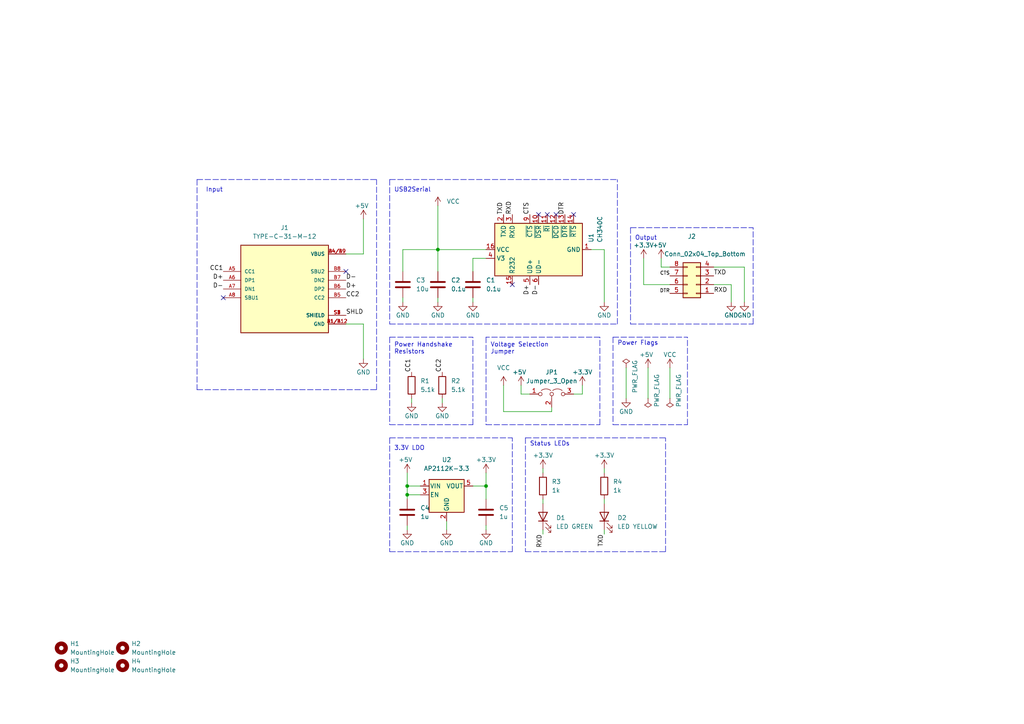
<source format=kicad_sch>
(kicad_sch (version 20211123) (generator eeschema)
  (paper "A4")
  (lib_symbols
    (symbol "Connector_Generic:Conn_02x04_Top_Bottom" (pin_names (offset 1.016) hide)
      (property "Reference" "J" (at 1.27 5.08 0))
      (property "Value" "Conn_02x04_Top_Bottom" (at 1.27 -7.62 0))
      (symbol "Conn_02x04_Top_Bottom_1_1"
        (rectangle (start -1.27 -4.953) (end 0 -5.207) (stroke (width 0.1524)))
        (rectangle (start -1.27 -2.413) (end 0 -2.667) (stroke (width 0.1524)))
        (rectangle (start -1.27 0.127) (end 0 -0.127) (stroke (width 0.1524)))
        (rectangle (start -1.27 2.667) (end 0 2.413) (stroke (width 0.1524)))
        (rectangle (start -1.27 3.81) (end 3.81 -6.35) (stroke (width 0.254)) (fill (type background)))
        (rectangle (start 3.81 -4.953) (end 2.54 -5.207) (stroke (width 0.1524)))
        (rectangle (start 3.81 -2.413) (end 2.54 -2.667) (stroke (width 0.1524)))
        (rectangle (start 3.81 0.127) (end 2.54 -0.127) (stroke (width 0.1524)))
        (rectangle (start 3.81 2.667) (end 2.54 2.413) (stroke (width 0.1524)))
        (pin passive line (at -5.08 2.54 0) (length 3.81) (name "Pin_1") (number "1"))
        (pin passive line (at -5.08 0 0) (length 3.81) (name "Pin_2") (number "2"))
        (pin passive line (at -5.08 -2.54 0) (length 3.81) (name "Pin_3") (number "3"))
        (pin passive line (at -5.08 -5.08 0) (length 3.81) (name "Pin_4") (number "4"))
        (pin passive line (at 7.62 2.54 180) (length 3.81) (name "Pin_5") (number "5"))
        (pin passive line (at 7.62 0 180) (length 3.81) (name "Pin_6") (number "6"))
        (pin passive line (at 7.62 -2.54 180) (length 3.81) (name "Pin_7") (number "7"))
        (pin passive line (at 7.62 -5.08 180) (length 3.81) (name "Pin_8") (number "8"))
      )
    )
    (symbol "Device:C" (pin_numbers hide) (pin_names (offset 0.254))
      (property "Reference" "C" (at 0.635 2.54 0))
      (property "Value" "C" (at 0.635 -2.54 0))
      (symbol "C_0_1"
        (polyline (pts (xy -2.032 -0.762) (xy 2.032 -0.762)) (stroke (width 0.508)))
        (polyline (pts (xy -2.032 0.762) (xy 2.032 0.762)) (stroke (width 0.508)))
      )
      (symbol "C_1_1"
        (pin passive line (at 0 3.81 270) (length 2.794) (name "~") (number "1"))
        (pin passive line (at 0 -3.81 90) (length 2.794) (name "~") (number "2"))
      )
    )
    (symbol "Device:LED" (pin_numbers hide) (pin_names (offset 1.016) hide)
      (property "Reference" "D" (at 0 2.54 0))
      (property "Value" "LED" (at 0 -2.54 0))
      (symbol "LED_0_1"
        (polyline (pts (xy -1.27 -1.27) (xy -1.27 1.27)) (stroke (width 0.254)))
        (polyline (pts (xy -1.27 0) (xy 1.27 0)))
        (polyline (pts (xy 1.27 -1.27) (xy 1.27 1.27) (xy -1.27 0) (xy 1.27 -1.27)) (stroke (width 0.254)))
        (polyline (pts (xy -3.048 -0.762) (xy -4.572 -2.286) (xy -3.81 -2.286) (xy -4.572 -2.286) (xy -4.572 -1.524)))
        (polyline (pts (xy -1.778 -0.762) (xy -3.302 -2.286) (xy -2.54 -2.286) (xy -3.302 -2.286) (xy -3.302 -1.524)))
      )
      (symbol "LED_1_1"
        (pin passive line (at -3.81 0 0) (length 2.54) (name "K") (number "1"))
        (pin passive line (at 3.81 0 180) (length 2.54) (name "A") (number "2"))
      )
    )
    (symbol "Device:R" (pin_numbers hide) (pin_names (offset 0))
      (property "Reference" "R" (at 2.032 0 90))
      (property "Value" "R" (at 0 0 90))
      (symbol "R_0_1"
        (rectangle (start -1.016 -2.54) (end 1.016 2.54) (stroke (width 0.254)))
      )
      (symbol "R_1_1"
        (pin passive line (at 0 3.81 270) (length 1.27) (name "~") (number "1"))
        (pin passive line (at 0 -3.81 90) (length 1.27) (name "~") (number "2"))
      )
    )
    (symbol "Interface_USB:CH340C"
      (property "Reference" "U" (at -5.08 13.97 0))
      (property "Value" "CH340C" (at 1.27 13.97 0))
      (symbol "CH340C_0_1"
        (rectangle (start -7.62 12.7) (end 7.62 -12.7) (stroke (width 0.254)) (fill (type background)))
      )
      (symbol "CH340C_1_1"
        (pin power_in line (at 0 -15.24 90) (length 2.54) (name "GND") (number "1"))
        (pin input line (at 10.16 0 180) (length 2.54) (name "~{DSR}") (number "10"))
        (pin input line (at 10.16 -2.54 180) (length 2.54) (name "~{RI}") (number "11"))
        (pin input line (at 10.16 -5.08 180) (length 2.54) (name "~{DCD}") (number "12"))
        (pin output line (at 10.16 -7.62 180) (length 2.54) (name "~{DTR}") (number "13"))
        (pin output line (at 10.16 -10.16 180) (length 2.54) (name "~{RTS}") (number "14"))
        (pin input line (at -10.16 7.62 0) (length 2.54) (name "R232") (number "15"))
        (pin power_in line (at 0 15.24 270) (length 2.54) (name "VCC") (number "16"))
        (pin output line (at 10.16 10.16 180) (length 2.54) (name "TXD") (number "2"))
        (pin input line (at 10.16 7.62 180) (length 2.54) (name "RXD") (number "3"))
        (pin passive line (at -2.54 15.24 270) (length 2.54) (name "V3") (number "4"))
        (pin bidirectional line (at -10.16 2.54 0) (length 2.54) (name "UD+") (number "5"))
        (pin bidirectional line (at -10.16 0 0) (length 2.54) (name "UD-") (number "6"))
        (pin no_connect line (at -7.62 -7.62 0) (length 2.54) hide (name "NC") (number "7"))
        (pin no_connect line (at -7.62 -10.16 0) (length 2.54) hide (name "NC") (number "8"))
        (pin input line (at 10.16 2.54 180) (length 2.54) (name "~{CTS}") (number "9"))
      )
    )
    (symbol "Jumper:Jumper_3_Open" (pin_names (offset 0) hide)
      (property "Reference" "JP" (at -2.54 -2.54 0))
      (property "Value" "Jumper_3_Open" (at 0 2.794 0))
      (symbol "Jumper_3_Open_0_0"
        (circle (center -3.302 0) (radius 0.508))
        (circle (center 0 0) (radius 0.508))
        (circle (center 3.302 0) (radius 0.508))
      )
      (symbol "Jumper_3_Open_0_1"
        (arc (start -0.254 1.016) (mid -1.651 1.4992) (end -3.048 1.016))
        (polyline (pts (xy 0 -0.508) (xy 0 -1.27)))
        (arc (start 3.048 1.016) (mid 1.651 1.4992) (end 0.254 1.016))
      )
      (symbol "Jumper_3_Open_1_1"
        (pin passive line (at -6.35 0 0) (length 2.54) (name "A") (number "1"))
        (pin passive line (at 0 -3.81 90) (length 2.54) (name "C") (number "2"))
        (pin passive line (at 6.35 0 180) (length 2.54) (name "B") (number "3"))
      )
    )
    (symbol "Mechanical:MountingHole" (pin_names (offset 1.016))
      (property "Reference" "H" (at 0 5.08 0))
      (property "Value" "MountingHole" (at 0 3.175 0))
      (symbol "MountingHole_0_1"
        (circle (center 0 0) (radius 1.27) (stroke (width 1.27)))
      )
    )
    (symbol "Regulator_Linear:AP2112K-3.3" (pin_names (offset 0.254))
      (property "Reference" "U" (at -5.08 5.715 0))
      (property "Value" "AP2112K-3.3" (at 0 5.715 0))
      (symbol "AP2112K-3.3_0_1"
        (rectangle (start -5.08 4.445) (end 5.08 -5.08) (stroke (width 0.254)) (fill (type background)))
      )
      (symbol "AP2112K-3.3_1_1"
        (pin power_in line (at -7.62 2.54 0) (length 2.54) (name "VIN") (number "1"))
        (pin power_in line (at 0 -7.62 90) (length 2.54) (name "GND") (number "2"))
        (pin input line (at -7.62 0 0) (length 2.54) (name "EN") (number "3"))
        (pin no_connect line (at 5.08 0 180) (length 2.54) hide (name "NC") (number "4"))
        (pin power_out line (at 7.62 2.54 180) (length 2.54) (name "VOUT") (number "5"))
      )
    )
    (symbol "TYPE-C-31-M-12:TYPE-C-31-M-12" (pin_names (offset 1.016))
      (property "Reference" "J" (at -12.7 13.462 0))
      (property "Value" "TYPE-C-31-M-12" (at -12.7 -13.462 0))
      (symbol "TYPE-C-31-M-12_0_0"
        (rectangle (start -12.7 -12.7) (end 12.7 12.7) (stroke (width 0.254)) (fill (type background)))
        (pin power_in line (at 17.78 -10.16 180) (length 5.08) (name "GND") (number "A1/B12"))
        (pin power_in line (at 17.78 10.16 180) (length 5.08) (name "VBUS") (number "A4/B9"))
        (pin bidirectional line (at -17.78 5.08 0) (length 5.08) (name "CC1") (number "A5"))
        (pin bidirectional line (at -17.78 2.54 0) (length 5.08) (name "DP1") (number "A6"))
        (pin bidirectional line (at -17.78 0 0) (length 5.08) (name "DN1") (number "A7"))
        (pin bidirectional line (at -17.78 -2.54 0) (length 5.08) (name "SBU1") (number "A8"))
        (pin power_in line (at 17.78 -10.16 180) (length 5.08) (name "GND") (number "B1/A12"))
        (pin power_in line (at 17.78 10.16 180) (length 5.08) (name "VBUS") (number "B4/A9"))
        (pin bidirectional line (at 17.78 -2.54 180) (length 5.08) (name "CC2") (number "B5"))
        (pin bidirectional line (at 17.78 0 180) (length 5.08) (name "DP2") (number "B6"))
        (pin bidirectional line (at 17.78 2.54 180) (length 5.08) (name "DN2") (number "B7"))
        (pin bidirectional line (at 17.78 5.08 180) (length 5.08) (name "SBU2") (number "B8"))
        (pin passive line (at 17.78 -7.62 180) (length 5.08) (name "SHIELD") (number "S1"))
        (pin passive line (at 17.78 -7.62 180) (length 5.08) (name "SHIELD") (number "S2"))
        (pin passive line (at 17.78 -7.62 180) (length 5.08) (name "SHIELD") (number "S3"))
        (pin passive line (at 17.78 -7.62 180) (length 5.08) (name "SHIELD") (number "S4"))
      )
    )
    (symbol "power:+3.3V" (power) (pin_names (offset 0))
      (property "Value" "+3.3V" (at 0 3.556 0))
      (symbol "+3.3V_0_1"
        (polyline (pts (xy -0.762 1.27) (xy 0 2.54)))
        (polyline (pts (xy 0 0) (xy 0 2.54)))
        (polyline (pts (xy 0 2.54) (xy 0.762 1.27)))
      )
      (symbol "+3.3V_1_1"
        (pin power_in line (at 0 0 90) (length 0) hide (name "+3.3V") (number "1"))
      )
    )
    (symbol "power:+5V" (power) (pin_names (offset 0))
      (property "Value" "+5V" (at 0 3.556 0))
      (symbol "+5V_0_1"
        (polyline (pts (xy -0.762 1.27) (xy 0 2.54)))
        (polyline (pts (xy 0 0) (xy 0 2.54)))
        (polyline (pts (xy 0 2.54) (xy 0.762 1.27)))
      )
      (symbol "+5V_1_1"
        (pin power_in line (at 0 0 90) (length 0) hide (name "+5V") (number "1"))
      )
    )
    (symbol "power:GND" (power) (pin_names (offset 0))
      (property "Value" "GND" (at 0 -3.81 0))
      (symbol "GND_0_1"
        (polyline (pts (xy 0 0) (xy 0 -1.27) (xy 1.27 -1.27) (xy 0 -2.54) (xy -1.27 -1.27) (xy 0 -1.27)))
      )
      (symbol "GND_1_1"
        (pin power_in line (at 0 0 270) (length 0) hide (name "GND") (number "1"))
      )
    )
    (symbol "power:PWR_FLAG" (power) (pin_numbers hide) (pin_names (offset 0) hide)
      (property "Value" "PWR_FLAG" (at 0 3.81 0))
      (symbol "PWR_FLAG_0_0"
        (pin power_out line (at 0 0 90) (length 0) (name "pwr") (number "1"))
      )
      (symbol "PWR_FLAG_0_1"
        (polyline (pts (xy 0 0) (xy 0 1.27) (xy -1.016 1.905) (xy 0 2.54) (xy 1.016 1.905) (xy 0 1.27)))
      )
    )
    (symbol "power:VCC" (power) (pin_names (offset 0))
      (property "Value" "VCC" (at 0 3.81 0))
      (symbol "VCC_0_1"
        (polyline (pts (xy -0.762 1.27) (xy 0 2.54)))
        (polyline (pts (xy 0 0) (xy 0 2.54)))
        (polyline (pts (xy 0 2.54) (xy 0.762 1.27)))
      )
      (symbol "VCC_1_1"
        (pin power_in line (at 0 0 90) (length 0) hide (name "VCC") (number "1"))
      )
    )
  )
  (junction (at 140.97 140.97))
  (junction (at 118.11 140.97))
  (junction (at 118.11 143.51))
  (junction (at 127 72.39))
  (no_connect (at 64.77 86.36))
  (no_connect (at 100.33 78.74))
  (no_connect (at 148.59 82.55))
  (no_connect (at 161.29 62.23))
  (no_connect (at 166.37 62.23))
  (no_connect (at 158.75 62.23))
  (no_connect (at 156.21 62.23))
  (wire (pts (xy 157.48 144.78) (xy 157.48 146.05)))
  (polyline (pts (xy 182.88 66.04) (xy 182.88 93.98)))
  (wire (pts (xy 171.45 72.39) (xy 175.26 72.39)))
  (polyline (pts (xy 109.22 113.03) (xy 109.22 52.07)))
  (polyline (pts (xy 173.99 123.19) (xy 173.99 97.79)))
  (wire (pts (xy 175.26 135.89) (xy 175.26 137.16)))
  (wire (pts (xy 127 72.39) (xy 127 78.74)))
  (wire (pts (xy 186.69 82.55) (xy 194.31 82.55)))
  (polyline (pts (xy 113.03 52.07) (xy 113.03 93.98)))
  (polyline (pts (xy 57.15 52.07) (xy 109.22 52.07)))
  (wire (pts (xy 212.09 82.55) (xy 212.09 87.63)))
  (wire (pts (xy 175.26 72.39) (xy 175.26 87.63)))
  (wire (pts (xy 207.01 77.47) (xy 215.9 77.47)))
  (wire (pts (xy 118.11 152.4) (xy 118.11 153.67)))
  (wire (pts (xy 128.27 115.57) (xy 128.27 116.84)))
  (polyline (pts (xy 179.07 93.98) (xy 179.07 52.07)))
  (wire (pts (xy 127 59.69) (xy 127 72.39)))
  (wire (pts (xy 140.97 152.4) (xy 140.97 153.67)))
  (polyline (pts (xy 199.39 123.19) (xy 199.39 97.79)))
  (wire (pts (xy 186.69 74.93) (xy 186.69 82.55)))
  (wire (pts (xy 100.33 73.66) (xy 105.41 73.66)))
  (polyline (pts (xy 173.99 97.79) (xy 140.97 97.79)))
  (polyline (pts (xy 177.8 123.19) (xy 199.39 123.19)))
  (wire (pts (xy 151.13 111.76) (xy 151.13 114.3)))
  (polyline (pts (xy 152.4 127) (xy 152.4 160.02)))
  (polyline (pts (xy 113.03 93.98) (xy 179.07 93.98)))
  (wire (pts (xy 118.11 140.97) (xy 118.11 137.16)))
  (wire (pts (xy 121.92 140.97) (xy 118.11 140.97)))
  (wire (pts (xy 116.84 72.39) (xy 127 72.39)))
  (wire (pts (xy 121.92 143.51) (xy 118.11 143.51)))
  (wire (pts (xy 116.84 78.74) (xy 116.84 72.39)))
  (polyline (pts (xy 113.03 97.79) (xy 137.16 97.79)))
  (wire (pts (xy 105.41 104.14) (xy 105.41 93.98)))
  (wire (pts (xy 116.84 87.63) (xy 116.84 86.36)))
  (wire (pts (xy 175.26 144.78) (xy 175.26 146.05)))
  (wire (pts (xy 129.54 151.13) (xy 129.54 153.67)))
  (wire (pts (xy 194.31 106.68) (xy 194.31 115.57)))
  (polyline (pts (xy 113.03 127) (xy 148.59 127)))
  (wire (pts (xy 151.13 114.3) (xy 153.67 114.3)))
  (polyline (pts (xy 113.03 52.07) (xy 179.07 52.07)))
  (wire (pts (xy 140.97 140.97) (xy 140.97 144.78)))
  (wire (pts (xy 127 87.63) (xy 127 86.36)))
  (wire (pts (xy 140.97 74.93) (xy 137.16 74.93)))
  (wire (pts (xy 157.48 153.67) (xy 157.48 154.94)))
  (polyline (pts (xy 140.97 123.19) (xy 173.99 123.19)))
  (wire (pts (xy 137.16 87.63) (xy 137.16 86.36)))
  (polyline (pts (xy 152.4 160.02) (xy 193.04 160.02)))
  (polyline (pts (xy 177.8 97.79) (xy 177.8 123.19)))
  (wire (pts (xy 146.05 119.38) (xy 160.02 119.38)))
  (wire (pts (xy 100.33 93.98) (xy 105.41 93.98)))
  (polyline (pts (xy 182.88 93.98) (xy 218.44 93.98)))
  (wire (pts (xy 140.97 72.39) (xy 127 72.39)))
  (polyline (pts (xy 57.15 113.03) (xy 109.22 113.03)))
  (wire (pts (xy 119.38 115.57) (xy 119.38 116.84)))
  (polyline (pts (xy 148.59 160.02) (xy 148.59 127)))
  (wire (pts (xy 181.61 106.68) (xy 181.61 115.57)))
  (polyline (pts (xy 57.15 52.07) (xy 57.15 113.03)))
  (polyline (pts (xy 152.4 127) (xy 193.04 127)))
  (polyline (pts (xy 218.44 93.98) (xy 218.44 66.04)))
  (wire (pts (xy 137.16 74.93) (xy 137.16 78.74)))
  (wire (pts (xy 137.16 140.97) (xy 140.97 140.97)))
  (polyline (pts (xy 193.04 160.02) (xy 193.04 127)))
  (polyline (pts (xy 113.03 160.02) (xy 148.59 160.02)))
  (polyline (pts (xy 182.88 66.04) (xy 218.44 66.04)))
  (wire (pts (xy 194.31 77.47) (xy 191.77 77.47)))
  (polyline (pts (xy 113.03 123.19) (xy 137.16 123.19)))
  (polyline (pts (xy 113.03 97.79) (xy 113.03 123.19)))
  (wire (pts (xy 146.05 111.76) (xy 146.05 119.38)))
  (wire (pts (xy 160.02 119.38) (xy 160.02 118.11)))
  (wire (pts (xy 166.37 114.3) (xy 168.91 114.3)))
  (wire (pts (xy 157.48 135.89) (xy 157.48 137.16)))
  (polyline (pts (xy 177.8 97.79) (xy 199.39 97.79)))
  (wire (pts (xy 105.41 63.5) (xy 105.41 73.66)))
  (wire (pts (xy 118.11 144.78) (xy 118.11 143.51)))
  (wire (pts (xy 207.01 82.55) (xy 212.09 82.55)))
  (wire (pts (xy 215.9 77.47) (xy 215.9 87.63)))
  (polyline (pts (xy 137.16 123.19) (xy 137.16 97.79)))
  (polyline (pts (xy 113.03 127) (xy 113.03 160.02)))
  (wire (pts (xy 168.91 114.3) (xy 168.91 111.76)))
  (wire (pts (xy 191.77 77.47) (xy 191.77 74.93)))
  (wire (pts (xy 175.26 153.67) (xy 175.26 154.94)))
  (wire (pts (xy 140.97 140.97) (xy 140.97 137.16)))
  (wire (pts (xy 187.96 106.68) (xy 187.96 115.57)))
  (polyline (pts (xy 140.97 97.79) (xy 140.97 123.19)))
  (wire (pts (xy 118.11 143.51) (xy 118.11 140.97)))
  (text "Power Flags" (at 179.07 100.33 0) (effects (font (size 1.27 1.27)) (justify left bottom)))
  (text "Output" (at 184.15 69.85 0) (effects (font (size 1.27 1.27)) (justify left bottom)))
  (text "Power Handshake \nResistors" (at 114.3 102.87 0) (effects (font (size 1.27 1.27)) (justify left bottom)))
  (text "Input" (at 59.69 55.88 0) (effects (font (size 1.27 1.27)) (justify left bottom)))
  (text "Voltage Selection\nJumper" (at 142.24 102.87 0) (effects (font (size 1.27 1.27)) (justify left bottom)))
  (text "USB2Serial" (at 114.3 55.88 0) (effects (font (size 1.27 1.27)) (justify left bottom)))
  (text "Status LEDs" (at 153.67 129.54 0) (effects (font (size 1.27 1.27)) (justify left bottom)))
  (text "3.3V LDO" (at 114.3 130.81 0) (effects (font (size 1.27 1.27)) (justify left bottom)))
  (label "D-" (at 64.77 83.82 180))
  (label "CC1" (at 119.38 107.95 90))
  (label "D+" (at 100.33 83.82 0))
  (label "TXD" (at 175.26 154.94 270))
  (label "DTR" (at 194.31 85.09 180) (effects (font (size 1 1))))
  (label "D-" (at 156.21 82.55 270))
  (label "TXD" (at 207.01 80.01 0))
  (label "RXD" (at 148.59 62.23 90))
  (label "CTS" (at 153.67 62.23 90))
  (label "D+" (at 64.77 81.28 180))
  (label "RXD" (at 157.48 154.94 270))
  (label "D-" (at 100.33 81.28 0))
  (label "SHLD" (at 100.33 91.44 0))
  (label "CC2" (at 128.27 107.95 90))
  (label "TXD" (at 146.05 62.23 90))
  (label "RXD" (at 207.01 85.09 0))
  (label "CC1" (at 64.77 78.74 180))
  (label "CTS" (at 194.31 80.01 180) (effects (font (size 1 1))))
  (label "D+" (at 153.67 82.55 270))
  (label "DTR" (at 163.83 62.23 90))
  (label "CC2" (at 100.33 86.36 0))
  (symbol (lib_id "Interface_USB:CH340C") (at 156.21 72.39 90) (unit 1)
    (property "Reference" "U1" (at 171.45 70.3706 0) (effects (justify left)))
    (property "Value" "CH340C" (at 173.99 70.3706 0) (effects (justify left)))
    (property "Footprint" "Package_SO:SOIC-16_3.9x9.9mm_P1.27mm" (effects hide))
    (property "Datasheet" "https://datasheet.lcsc.com/szlcsc/Jiangsu-Qin-Heng-CH340C_C84681.pdf" (effects hide))
    (property "MPN" "C84681" (effects hide))
  )
  (symbol (lib_id "power:GND") (at 128.27 116.84 0) (unit 1)
    (property "Reference" "#PWR0102" (effects hide))
    (property "Value" "GND" (at 128.27 120.65 0))
  )
  (symbol (lib_id "Regulator_Linear:AP2112K-3.3") (at 129.54 143.51 0) (unit 1)
    (property "Reference" "U2" (at 129.54 133.35 0))
    (property "Value" "AP2112K-3.3" (at 129.54 135.89 0))
    (property "Footprint" "Package_TO_SOT_SMD:SOT-23-5" (effects hide))
    (property "Datasheet" "https://www.diodes.com/assets/Datasheets/AP2112.pdf" (effects hide))
    (property "MPN" "C51118" (effects hide))
  )
  (symbol (lib_id "power:GND") (at 215.9 87.63 0) (unit 1)
    (property "Reference" "#PWR0123" (effects hide))
    (property "Value" "GND" (at 215.9 91.44 0))
  )
  (symbol (lib_id "Mechanical:MountingHole") (at 17.78 193.04 0) (unit 1)
    (property "Reference" "H3" (at 20.32 191.7699 0) (effects (justify left)))
    (property "Value" "MountingHole" (at 20.32 194.3099 0) (effects (justify left)))
    (property "Footprint" "MountingHole:MountingHole_2.7mm_M2.5_ISO14580_Pad_TopBottom" (effects hide))
  )
  (symbol (lib_id "power:PWR_FLAG") (at 181.61 106.68 0) (unit 1)
    (property "Reference" "#FLG0101" (effects hide))
    (property "Value" "PWR_FLAG" (at 184.15 109.22 90))
  )
  (symbol (lib_id "power:GND") (at 175.26 87.63 0) (unit 1)
    (property "Reference" "#PWR0104" (effects hide))
    (property "Value" "GND" (at 175.26 91.44 0))
  )
  (symbol (lib_id "Jumper:Jumper_3_Open") (at 160.02 114.3 0) (unit 1)
    (property "Reference" "JP1" (at 160.02 107.95 0))
    (property "Value" "Jumper_3_Open" (at 160.02 110.49 0))
    (property "Footprint" "Connector_PinHeader_1.27mm:PinHeader_1x03_P1.27mm_Vertical" (effects hide))
    (property "MPN" "C24980" (effects hide))
  )
  (symbol (lib_id "power:GND") (at 137.16 87.63 0) (unit 1)
    (property "Reference" "#PWR0108" (effects hide))
    (property "Value" "GND" (at 137.16 91.44 0))
  )
  (symbol (lib_id "power:+5V") (at 191.77 74.93 0) (unit 1)
    (property "Reference" "#PWR0124" (effects hide))
    (property "Value" "+5V" (at 189.23 71.12 0) (effects (justify left)))
  )
  (symbol (lib_id "power:GND") (at 129.54 153.67 0) (unit 1)
    (property "Reference" "#PWR0117" (effects hide))
    (property "Value" "GND" (at 129.54 157.48 0))
  )
  (symbol (lib_id "power:GND") (at 119.38 116.84 0) (unit 1)
    (property "Reference" "#PWR0101" (effects hide))
    (property "Value" "GND" (at 119.38 120.65 0))
  )
  (symbol (lib_id "power:+3.3V") (at 186.69 74.93 0) (unit 1)
    (property "Reference" "#PWR0122" (effects hide))
    (property "Value" "+3.3V" (at 186.69 71.12 0))
  )
  (symbol (lib_id "Device:R") (at 157.48 140.97 0) (unit 1)
    (property "Reference" "R3" (at 160.02 139.6999 0) (effects (justify left)))
    (property "Value" "1k" (at 160.02 142.2399 0) (effects (justify left)))
    (property "Footprint" "Resistor_SMD:R_0603_1608Metric" (effects hide))
    (property "MPN" "C21190" (effects hide))
  )
  (symbol (lib_id "power:PWR_FLAG") (at 187.96 115.57 180) (unit 1)
    (property "Reference" "#FLG0102" (effects hide))
    (property "Value" "PWR_FLAG" (at 190.5 118.11 90) (effects (justify right)))
  )
  (symbol (lib_id "power:+3.3V") (at 175.26 135.89 0) (unit 1)
    (property "Reference" "#PWR0113" (effects hide))
    (property "Value" "+3.3V" (at 175.26 132.08 0))
  )
  (symbol (lib_id "Device:R") (at 119.38 111.76 0) (unit 1)
    (property "Reference" "R1" (at 121.92 110.4899 0) (effects (justify left)))
    (property "Value" "5.1k" (at 121.92 113.0299 0) (effects (justify left)))
    (property "Footprint" "Resistor_SMD:R_0603_1608Metric" (effects hide))
    (property "MPN" "C23186" (effects hide))
  )
  (symbol (lib_id "power:VCC") (at 127 59.69 0) (unit 1)
    (property "Reference" "#PWR0119" (effects hide))
    (property "Value" "VCC" (at 129.54 58.4199 0) (effects (justify left)))
  )
  (symbol (lib_id "power:GND") (at 118.11 153.67 0) (unit 1)
    (property "Reference" "#PWR0110" (effects hide))
    (property "Value" "GND" (at 118.11 157.48 0))
  )
  (symbol (lib_id "Mechanical:MountingHole") (at 17.78 187.96 0) (unit 1)
    (property "Reference" "H1" (at 20.32 186.6899 0) (effects (justify left)))
    (property "Value" "MountingHole" (at 20.32 189.2299 0) (effects (justify left)))
    (property "Footprint" "MountingHole:MountingHole_2.7mm_M2.5_ISO14580_Pad_TopBottom" (effects hide))
  )
  (symbol (lib_id "power:GND") (at 181.61 115.57 0) (unit 1)
    (property "Reference" "#PWR0120" (effects hide))
    (property "Value" "GND" (at 181.61 119.38 0))
  )
  (symbol (lib_id "power:+3.3V") (at 157.48 135.89 0) (unit 1)
    (property "Reference" "#PWR0112" (effects hide))
    (property "Value" "+3.3V" (at 157.48 132.08 0))
  )
  (symbol (lib_id "Device:C") (at 118.11 148.59 180) (unit 1)
    (property "Reference" "C4" (at 121.92 147.3199 0) (effects (justify right)))
    (property "Value" "1u" (at 121.92 149.8599 0) (effects (justify right)))
    (property "Footprint" "Capacitor_SMD:C_0603_1608Metric" (effects hide))
    (property "MPN" "C15849" (effects hide))
  )
  (symbol (lib_id "Device:LED") (at 157.48 149.86 90) (unit 1)
    (property "Reference" "D1" (at 161.29 150.1774 90) (effects (justify right)))
    (property "Value" "LED GREEN" (at 161.29 152.7174 90) (effects (justify right)))
    (property "Footprint" "LED_SMD:LED_0603_1608Metric" (effects hide))
    (property "MPN" "C72043" (effects hide))
  )
  (symbol (lib_id "power:VCC") (at 146.05 111.76 0) (unit 1)
    (property "Reference" "#PWR0116" (effects hide))
    (property "Value" "VCC" (at 146.05 106.68 0))
  )
  (symbol (lib_id "Mechanical:MountingHole") (at 35.56 193.04 0) (unit 1)
    (property "Reference" "H4" (at 38.1 191.7699 0) (effects (justify left)))
    (property "Value" "MountingHole" (at 38.1 194.3099 0) (effects (justify left)))
    (property "Footprint" "MountingHole:MountingHole_2.7mm_M2.5_ISO14580_Pad_TopBottom" (effects hide))
  )
  (symbol (lib_id "Device:C") (at 137.16 82.55 180) (unit 1)
    (property "Reference" "C1" (at 140.97 81.2799 0) (effects (justify right)))
    (property "Value" "0.1u" (at 140.97 83.8199 0) (effects (justify right)))
    (property "Footprint" "Capacitor_SMD:C_0603_1608Metric" (effects hide))
    (property "MPN" "C14663" (effects hide))
  )
  (symbol (lib_id "power:+3.3V") (at 140.97 137.16 0) (unit 1)
    (property "Reference" "#PWR0118" (effects hide))
    (property "Value" "+3.3V" (at 140.97 133.35 0))
  )
  (symbol (lib_id "power:PWR_FLAG") (at 194.31 115.57 180) (unit 1)
    (property "Reference" "#FLG0103" (effects hide))
    (property "Value" "PWR_FLAG" (at 196.85 118.11 90) (effects (justify right)))
  )
  (symbol (lib_id "power:+5V") (at 118.11 137.16 0) (unit 1)
    (property "Reference" "#PWR0105" (effects hide))
    (property "Value" "+5V" (at 115.57 133.35 0) (effects (justify left)))
  )
  (symbol (lib_id "power:+5V") (at 151.13 111.76 0) (unit 1)
    (property "Reference" "#PWR0115" (effects hide))
    (property "Value" "+5V" (at 148.59 107.95 0) (effects (justify left)))
  )
  (symbol (lib_id "Connector_Generic:Conn_02x04_Top_Bottom") (at 201.93 82.55 180) (unit 1)
    (property "Reference" "J2" (at 200.66 68.58 0))
    (property "Value" "Conn_02x04_Top_Bottom" (at 204.47 73.66 0))
    (property "Footprint" "Connector_PinSocket_2.54mm:PinSocket_2x04_P2.54mm_Vertical" (effects hide))
    (property "MPN" "C2833740" (effects hide))
  )
  (symbol (lib_id "power:GND") (at 140.97 153.67 0) (unit 1)
    (property "Reference" "#PWR0109" (effects hide))
    (property "Value" "GND" (at 140.97 157.48 0))
  )
  (symbol (lib_id "power:GND") (at 212.09 87.63 0) (unit 1)
    (property "Reference" "#PWR0121" (effects hide))
    (property "Value" "GND" (at 212.09 91.44 0))
  )
  (symbol (lib_id "Device:C") (at 116.84 82.55 180) (unit 1)
    (property "Reference" "C3" (at 120.65 81.2799 0) (effects (justify right)))
    (property "Value" "10u" (at 120.65 83.8199 0) (effects (justify right)))
    (property "Footprint" "Capacitor_SMD:C_0603_1608Metric" (effects hide))
    (property "MPN" "C19702" (effects hide))
  )
  (symbol (lib_id "Device:R") (at 128.27 111.76 0) (unit 1)
    (property "Reference" "R2" (at 130.81 110.4899 0) (effects (justify left)))
    (property "Value" "5.1k" (at 130.81 113.0299 0) (effects (justify left)))
    (property "Footprint" "Resistor_SMD:R_0603_1608Metric" (effects hide))
    (property "MPN" "C23186" (effects hide))
  )
  (symbol (lib_id "power:+3.3V") (at 168.91 111.76 0) (unit 1)
    (property "Reference" "#PWR0114" (effects hide))
    (property "Value" "+3.3V" (at 168.91 107.95 0))
  )
  (symbol (lib_id "Device:C") (at 140.97 148.59 180) (unit 1)
    (property "Reference" "C5" (at 144.78 147.3199 0) (effects (justify right)))
    (property "Value" "1u" (at 144.78 149.8599 0) (effects (justify right)))
    (property "Footprint" "Capacitor_SMD:C_0603_1608Metric" (effects hide))
    (property "MPN" "C15849" (effects hide))
  )
  (symbol (lib_id "power:VCC") (at 194.31 106.68 0) (unit 1)
    (property "Reference" "#PWR0126" (effects hide))
    (property "Value" "VCC" (at 194.31 102.87 0))
  )
  (symbol (lib_id "Device:C") (at 127 82.55 180) (unit 1)
    (property "Reference" "C2" (at 130.81 81.2799 0) (effects (justify right)))
    (property "Value" "0.1u" (at 130.81 83.8199 0) (effects (justify right)))
    (property "Footprint" "Capacitor_SMD:C_0603_1608Metric" (effects hide))
    (property "MPN" "C14663" (effects hide))
  )
  (symbol (lib_id "power:GND") (at 116.84 87.63 0) (unit 1)
    (property "Reference" "#PWR0111" (effects hide))
    (property "Value" "GND" (at 116.84 91.44 0))
  )
  (symbol (lib_id "power:GND") (at 127 87.63 0) (unit 1)
    (property "Reference" "#PWR0107" (effects hide))
    (property "Value" "GND" (at 127 91.44 0))
  )
  (symbol (lib_id "Device:R") (at 175.26 140.97 0) (unit 1)
    (property "Reference" "R4" (at 177.8 139.6999 0) (effects (justify left)))
    (property "Value" "1k" (at 177.8 142.2399 0) (effects (justify left)))
    (property "Footprint" "Resistor_SMD:R_0603_1608Metric" (effects hide))
    (property "MPN" "C21190" (effects hide))
  )
  (symbol (lib_id "power:GND") (at 105.41 104.14 0) (unit 1)
    (property "Reference" "#PWR0106" (effects hide))
    (property "Value" "GND" (at 105.41 107.95 0))
  )
  (symbol (lib_id "power:+5V") (at 105.41 63.5 0) (unit 1)
    (property "Reference" "#PWR0103" (effects hide))
    (property "Value" "+5V" (at 102.87 59.69 0) (effects (justify left)))
  )
  (symbol (lib_id "TYPE-C-31-M-12:TYPE-C-31-M-12") (at 82.55 83.82 0) (unit 1)
    (property "Reference" "J1" (at 82.55 66.04 0))
    (property "Value" "TYPE-C-31-M-12" (at 82.55 68.58 0))
    (property "Footprint" "SnapEDA Library:HRO_TYPE-C-31-M-12" (effects hide))
    (property "STANDARD" "Manufacturer Recommendations" (effects hide))
    (property "SNAPEDA_PN" "TYPE-C-31-M-12" (effects hide))
    (property "MANUFACTURER" "HRO Electronics Co., Ltd." (effects hide))
    (property "PARTREV" "2020.12.08" (effects hide))
    (property "MAXIMUM_PACKAGE_HEIGHT" "3.26 mm" (effects hide))
    (property "MPN" "C165948" (effects hide))
  )
  (symbol (lib_id "Device:LED") (at 175.26 149.86 90) (unit 1)
    (property "Reference" "D2" (at 179.07 150.1774 90) (effects (justify right)))
    (property "Value" "LED YELLOW" (at 179.07 152.7174 90) (effects (justify right)))
    (property "Footprint" "LED_SMD:LED_0603_1608Metric" (effects hide))
    (property "MPN" "C72038" (effects hide))
  )
  (symbol (lib_id "power:+5V") (at 187.96 106.68 0) (unit 1)
    (property "Reference" "#PWR0125" (effects hide))
    (property "Value" "+5V" (at 185.42 102.87 0) (effects (justify left)))
  )
  (symbol (lib_id "Mechanical:MountingHole") (at 35.56 187.96 0) (unit 1)
    (property "Reference" "H2" (at 38.1 186.6899 0) (effects (justify left)))
    (property "Value" "MountingHole" (at 38.1 189.2299 0) (effects (justify left)))
    (property "Footprint" "MountingHole:MountingHole_2.7mm_M2.5_ISO14580_Pad_TopBottom" (effects hide))
  )
)
</source>
